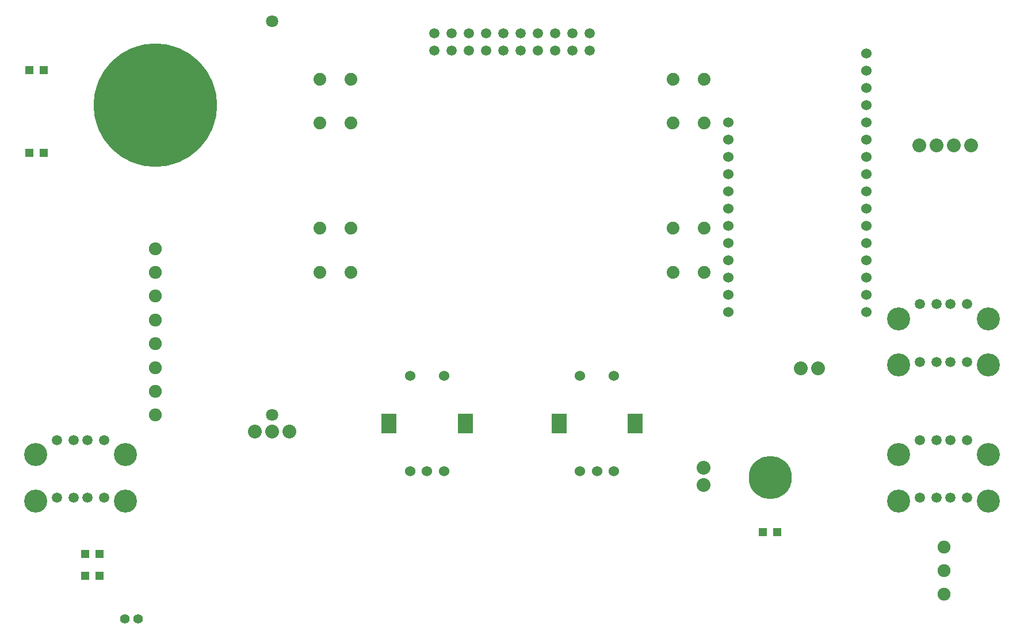
<source format=gts>
G04 #@! TF.FileFunction,Soldermask,Top*
%FSLAX46Y46*%
G04 Gerber Fmt 4.6, Leading zero omitted, Abs format (unit mm)*
G04 Created by KiCad (PCBNEW (2015-06-26 BZR 5832)-product) date Sonntag, 24. Juli 2016 'u12' 11:12:07*
%MOMM*%
G01*
G04 APERTURE LIST*
%ADD10C,0.150000*%
%ADD11C,3.400000*%
%ADD12C,1.500000*%
%ADD13R,1.198880X1.198880*%
%ADD14R,2.300000X2.900000*%
%ADD15C,1.524000*%
%ADD16C,2.032000*%
%ADD17O,2.032000X2.032000*%
%ADD18C,1.900000*%
%ADD19C,1.422400*%
%ADD20C,1.800000*%
%ADD21C,1.879600*%
%ADD22C,6.350000*%
%ADD23C,18.200000*%
G04 APERTURE END LIST*
D10*
D11*
X74930000Y-111600000D03*
X74930000Y-118400000D03*
X88070000Y-111600000D03*
X88070000Y-118400000D03*
D12*
X78000000Y-109420000D03*
X80500000Y-109420000D03*
X82500000Y-109420000D03*
X85000000Y-109420000D03*
X78000000Y-117920000D03*
X80500000Y-117920000D03*
X82500000Y-117920000D03*
X85000000Y-117920000D03*
D11*
X201930000Y-91600000D03*
X201930000Y-98400000D03*
X215070000Y-91600000D03*
X215070000Y-98400000D03*
D12*
X205000000Y-89420000D03*
X207500000Y-89420000D03*
X209500000Y-89420000D03*
X212000000Y-89420000D03*
X205000000Y-97920000D03*
X207500000Y-97920000D03*
X209500000Y-97920000D03*
X212000000Y-97920000D03*
D11*
X201930000Y-111600000D03*
X201930000Y-118400000D03*
X215070000Y-111600000D03*
X215070000Y-118400000D03*
D12*
X205000000Y-109420000D03*
X207500000Y-109420000D03*
X209500000Y-109420000D03*
X212000000Y-109420000D03*
X205000000Y-117920000D03*
X207500000Y-117920000D03*
X209500000Y-117920000D03*
X212000000Y-117920000D03*
D13*
X73950980Y-67100000D03*
X76049020Y-67100000D03*
X73950980Y-54900000D03*
X76049020Y-54900000D03*
X181950980Y-123000000D03*
X184049020Y-123000000D03*
X82150980Y-126200000D03*
X84249020Y-126200000D03*
X82150980Y-129400000D03*
X84249020Y-129400000D03*
D14*
X138100000Y-107000000D03*
D15*
X130000000Y-100000000D03*
X135000000Y-100000000D03*
X130000000Y-114000000D03*
X132500000Y-114000000D03*
X135000000Y-114000000D03*
D14*
X126900000Y-107000000D03*
X163100000Y-107000000D03*
D15*
X155000000Y-100000000D03*
X160000000Y-100000000D03*
X155000000Y-114000000D03*
X157500000Y-114000000D03*
X160000000Y-114000000D03*
D14*
X151900000Y-107000000D03*
D16*
X112268000Y-108204000D03*
X109728000Y-108204000D03*
X107188000Y-108204000D03*
X190070000Y-98900000D03*
D17*
X187530000Y-98900000D03*
D18*
X208581500Y-125180500D03*
X208581500Y-132180500D03*
X208581500Y-128680500D03*
X92500000Y-81250000D03*
X92500000Y-84750000D03*
X92500000Y-88250000D03*
X92500000Y-105750000D03*
X92500000Y-102250000D03*
X92500000Y-98750000D03*
X92500000Y-95250000D03*
X92500000Y-91750000D03*
D16*
X204924000Y-65990000D03*
D17*
X207464000Y-65990000D03*
D16*
X212544000Y-65990000D03*
D17*
X210004000Y-65990000D03*
D16*
X173228000Y-113538000D03*
D17*
X173228000Y-116078000D03*
D19*
X89998220Y-135800000D03*
X88001780Y-135800000D03*
D20*
X109728000Y-105708000D03*
X109728000Y-47708000D03*
D21*
X168739400Y-84751200D03*
X168739400Y-78248800D03*
X173260600Y-84751200D03*
X173260600Y-78248800D03*
X168739400Y-62751200D03*
X168739400Y-56248800D03*
X173260600Y-62751200D03*
X173260600Y-56248800D03*
X116739400Y-62751200D03*
X116739400Y-56248800D03*
X121260600Y-62751200D03*
X121260600Y-56248800D03*
X116739400Y-84751200D03*
X116739400Y-78248800D03*
X121260600Y-84751200D03*
X121260600Y-78248800D03*
D15*
X197160000Y-70230000D03*
X197160000Y-67690000D03*
X197160000Y-65150000D03*
X197160000Y-62610000D03*
X197160000Y-60070000D03*
X197160000Y-57530000D03*
X197160000Y-54990000D03*
X197160000Y-52450000D03*
X197160000Y-72770000D03*
X197160000Y-75310000D03*
X197160000Y-77850000D03*
X197160000Y-80390000D03*
X197160000Y-82930000D03*
X197160000Y-85470000D03*
X197160000Y-88010000D03*
X197160000Y-90550000D03*
X176840000Y-90550000D03*
X176840000Y-88010000D03*
X176840000Y-85470000D03*
X176840000Y-82930000D03*
X176840000Y-80390000D03*
X176840000Y-77850000D03*
X176840000Y-75310000D03*
X176840000Y-72770000D03*
X176840000Y-70230000D03*
X176840000Y-67690000D03*
X176840000Y-65150000D03*
X176840000Y-62610000D03*
D12*
X133570000Y-49500000D03*
X143730000Y-52040000D03*
X141190000Y-52040000D03*
X138650000Y-52040000D03*
X136110000Y-52040000D03*
X133570000Y-52040000D03*
X146270000Y-52040000D03*
X148810000Y-52040000D03*
X151350000Y-52040000D03*
X153890000Y-52040000D03*
X156430000Y-52040000D03*
X136110000Y-49500000D03*
X138650000Y-49500000D03*
X141190000Y-49500000D03*
X143730000Y-49500000D03*
X146270000Y-49500000D03*
X148810000Y-49500000D03*
X151350000Y-49500000D03*
X153890000Y-49500000D03*
X156430000Y-49500000D03*
D22*
X183000000Y-115000000D03*
D23*
X92500000Y-60100000D03*
M02*

</source>
